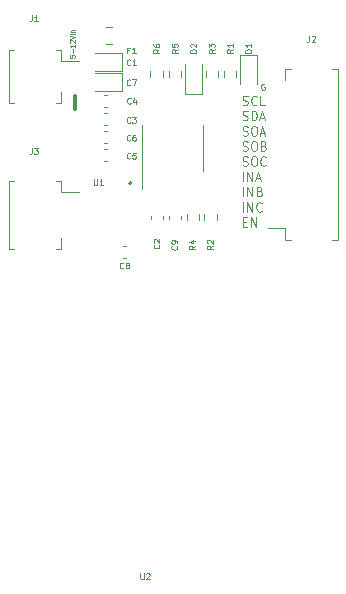
<source format=gbr>
%TF.GenerationSoftware,KiCad,Pcbnew,8.0.1*%
%TF.CreationDate,2024-05-05T22:16:20+02:00*%
%TF.ProjectId,pro_micro,70726f5f-6d69-4637-926f-2e6b69636164,rev?*%
%TF.SameCoordinates,Original*%
%TF.FileFunction,Legend,Top*%
%TF.FilePolarity,Positive*%
%FSLAX46Y46*%
G04 Gerber Fmt 4.6, Leading zero omitted, Abs format (unit mm)*
G04 Created by KiCad (PCBNEW 8.0.1) date 2024-05-05 22:16:20*
%MOMM*%
%LPD*%
G01*
G04 APERTURE LIST*
%ADD10C,0.125000*%
%ADD11C,0.300000*%
%ADD12C,0.100000*%
%ADD13C,0.120000*%
%ADD14C,0.200000*%
G04 APERTURE END LIST*
D10*
X5925093Y3696140D02*
X6032236Y3658044D01*
X6032236Y3658044D02*
X6210807Y3658044D01*
X6210807Y3658044D02*
X6282236Y3696140D01*
X6282236Y3696140D02*
X6317950Y3734235D01*
X6317950Y3734235D02*
X6353664Y3810425D01*
X6353664Y3810425D02*
X6353664Y3886616D01*
X6353664Y3886616D02*
X6317950Y3962806D01*
X6317950Y3962806D02*
X6282236Y4000901D01*
X6282236Y4000901D02*
X6210807Y4038997D01*
X6210807Y4038997D02*
X6067950Y4077092D01*
X6067950Y4077092D02*
X5996521Y4115187D01*
X5996521Y4115187D02*
X5960807Y4153282D01*
X5960807Y4153282D02*
X5925093Y4229473D01*
X5925093Y4229473D02*
X5925093Y4305663D01*
X5925093Y4305663D02*
X5960807Y4381854D01*
X5960807Y4381854D02*
X5996521Y4419949D01*
X5996521Y4419949D02*
X6067950Y4458044D01*
X6067950Y4458044D02*
X6246521Y4458044D01*
X6246521Y4458044D02*
X6353664Y4419949D01*
X7103664Y3734235D02*
X7067950Y3696140D01*
X7067950Y3696140D02*
X6960807Y3658044D01*
X6960807Y3658044D02*
X6889379Y3658044D01*
X6889379Y3658044D02*
X6782236Y3696140D01*
X6782236Y3696140D02*
X6710807Y3772330D01*
X6710807Y3772330D02*
X6675093Y3848520D01*
X6675093Y3848520D02*
X6639379Y4000901D01*
X6639379Y4000901D02*
X6639379Y4115187D01*
X6639379Y4115187D02*
X6675093Y4267568D01*
X6675093Y4267568D02*
X6710807Y4343759D01*
X6710807Y4343759D02*
X6782236Y4419949D01*
X6782236Y4419949D02*
X6889379Y4458044D01*
X6889379Y4458044D02*
X6960807Y4458044D01*
X6960807Y4458044D02*
X7067950Y4419949D01*
X7067950Y4419949D02*
X7103664Y4381854D01*
X7782236Y3658044D02*
X7425093Y3658044D01*
X7425093Y3658044D02*
X7425093Y4458044D01*
X5925093Y2408185D02*
X6032236Y2370089D01*
X6032236Y2370089D02*
X6210807Y2370089D01*
X6210807Y2370089D02*
X6282236Y2408185D01*
X6282236Y2408185D02*
X6317950Y2446280D01*
X6317950Y2446280D02*
X6353664Y2522470D01*
X6353664Y2522470D02*
X6353664Y2598661D01*
X6353664Y2598661D02*
X6317950Y2674851D01*
X6317950Y2674851D02*
X6282236Y2712946D01*
X6282236Y2712946D02*
X6210807Y2751042D01*
X6210807Y2751042D02*
X6067950Y2789137D01*
X6067950Y2789137D02*
X5996521Y2827232D01*
X5996521Y2827232D02*
X5960807Y2865327D01*
X5960807Y2865327D02*
X5925093Y2941518D01*
X5925093Y2941518D02*
X5925093Y3017708D01*
X5925093Y3017708D02*
X5960807Y3093899D01*
X5960807Y3093899D02*
X5996521Y3131994D01*
X5996521Y3131994D02*
X6067950Y3170089D01*
X6067950Y3170089D02*
X6246521Y3170089D01*
X6246521Y3170089D02*
X6353664Y3131994D01*
X6675093Y2370089D02*
X6675093Y3170089D01*
X6675093Y3170089D02*
X6853664Y3170089D01*
X6853664Y3170089D02*
X6960807Y3131994D01*
X6960807Y3131994D02*
X7032236Y3055804D01*
X7032236Y3055804D02*
X7067950Y2979613D01*
X7067950Y2979613D02*
X7103664Y2827232D01*
X7103664Y2827232D02*
X7103664Y2712946D01*
X7103664Y2712946D02*
X7067950Y2560565D01*
X7067950Y2560565D02*
X7032236Y2484375D01*
X7032236Y2484375D02*
X6960807Y2408185D01*
X6960807Y2408185D02*
X6853664Y2370089D01*
X6853664Y2370089D02*
X6675093Y2370089D01*
X7389379Y2598661D02*
X7746522Y2598661D01*
X7317950Y2370089D02*
X7567950Y3170089D01*
X7567950Y3170089D02*
X7817950Y2370089D01*
X5925093Y1120230D02*
X6032236Y1082134D01*
X6032236Y1082134D02*
X6210807Y1082134D01*
X6210807Y1082134D02*
X6282236Y1120230D01*
X6282236Y1120230D02*
X6317950Y1158325D01*
X6317950Y1158325D02*
X6353664Y1234515D01*
X6353664Y1234515D02*
X6353664Y1310706D01*
X6353664Y1310706D02*
X6317950Y1386896D01*
X6317950Y1386896D02*
X6282236Y1424991D01*
X6282236Y1424991D02*
X6210807Y1463087D01*
X6210807Y1463087D02*
X6067950Y1501182D01*
X6067950Y1501182D02*
X5996521Y1539277D01*
X5996521Y1539277D02*
X5960807Y1577372D01*
X5960807Y1577372D02*
X5925093Y1653563D01*
X5925093Y1653563D02*
X5925093Y1729753D01*
X5925093Y1729753D02*
X5960807Y1805944D01*
X5960807Y1805944D02*
X5996521Y1844039D01*
X5996521Y1844039D02*
X6067950Y1882134D01*
X6067950Y1882134D02*
X6246521Y1882134D01*
X6246521Y1882134D02*
X6353664Y1844039D01*
X6817950Y1882134D02*
X6960807Y1882134D01*
X6960807Y1882134D02*
X7032236Y1844039D01*
X7032236Y1844039D02*
X7103664Y1767849D01*
X7103664Y1767849D02*
X7139379Y1615468D01*
X7139379Y1615468D02*
X7139379Y1348801D01*
X7139379Y1348801D02*
X7103664Y1196420D01*
X7103664Y1196420D02*
X7032236Y1120230D01*
X7032236Y1120230D02*
X6960807Y1082134D01*
X6960807Y1082134D02*
X6817950Y1082134D01*
X6817950Y1082134D02*
X6746522Y1120230D01*
X6746522Y1120230D02*
X6675093Y1196420D01*
X6675093Y1196420D02*
X6639379Y1348801D01*
X6639379Y1348801D02*
X6639379Y1615468D01*
X6639379Y1615468D02*
X6675093Y1767849D01*
X6675093Y1767849D02*
X6746522Y1844039D01*
X6746522Y1844039D02*
X6817950Y1882134D01*
X7425093Y1310706D02*
X7782236Y1310706D01*
X7353664Y1082134D02*
X7603664Y1882134D01*
X7603664Y1882134D02*
X7853664Y1082134D01*
X5925093Y-167725D02*
X6032236Y-205820D01*
X6032236Y-205820D02*
X6210807Y-205820D01*
X6210807Y-205820D02*
X6282236Y-167725D01*
X6282236Y-167725D02*
X6317950Y-129629D01*
X6317950Y-129629D02*
X6353664Y-53439D01*
X6353664Y-53439D02*
X6353664Y22751D01*
X6353664Y22751D02*
X6317950Y98941D01*
X6317950Y98941D02*
X6282236Y137036D01*
X6282236Y137036D02*
X6210807Y175132D01*
X6210807Y175132D02*
X6067950Y213227D01*
X6067950Y213227D02*
X5996521Y251322D01*
X5996521Y251322D02*
X5960807Y289417D01*
X5960807Y289417D02*
X5925093Y365608D01*
X5925093Y365608D02*
X5925093Y441798D01*
X5925093Y441798D02*
X5960807Y517989D01*
X5960807Y517989D02*
X5996521Y556084D01*
X5996521Y556084D02*
X6067950Y594179D01*
X6067950Y594179D02*
X6246521Y594179D01*
X6246521Y594179D02*
X6353664Y556084D01*
X6817950Y594179D02*
X6960807Y594179D01*
X6960807Y594179D02*
X7032236Y556084D01*
X7032236Y556084D02*
X7103664Y479894D01*
X7103664Y479894D02*
X7139379Y327513D01*
X7139379Y327513D02*
X7139379Y60846D01*
X7139379Y60846D02*
X7103664Y-91534D01*
X7103664Y-91534D02*
X7032236Y-167725D01*
X7032236Y-167725D02*
X6960807Y-205820D01*
X6960807Y-205820D02*
X6817950Y-205820D01*
X6817950Y-205820D02*
X6746522Y-167725D01*
X6746522Y-167725D02*
X6675093Y-91534D01*
X6675093Y-91534D02*
X6639379Y60846D01*
X6639379Y60846D02*
X6639379Y327513D01*
X6639379Y327513D02*
X6675093Y479894D01*
X6675093Y479894D02*
X6746522Y556084D01*
X6746522Y556084D02*
X6817950Y594179D01*
X7710807Y213227D02*
X7817950Y175132D01*
X7817950Y175132D02*
X7853664Y137036D01*
X7853664Y137036D02*
X7889378Y60846D01*
X7889378Y60846D02*
X7889378Y-53439D01*
X7889378Y-53439D02*
X7853664Y-129629D01*
X7853664Y-129629D02*
X7817950Y-167725D01*
X7817950Y-167725D02*
X7746521Y-205820D01*
X7746521Y-205820D02*
X7460807Y-205820D01*
X7460807Y-205820D02*
X7460807Y594179D01*
X7460807Y594179D02*
X7710807Y594179D01*
X7710807Y594179D02*
X7782236Y556084D01*
X7782236Y556084D02*
X7817950Y517989D01*
X7817950Y517989D02*
X7853664Y441798D01*
X7853664Y441798D02*
X7853664Y365608D01*
X7853664Y365608D02*
X7817950Y289417D01*
X7817950Y289417D02*
X7782236Y251322D01*
X7782236Y251322D02*
X7710807Y213227D01*
X7710807Y213227D02*
X7460807Y213227D01*
X5925093Y-1455680D02*
X6032236Y-1493775D01*
X6032236Y-1493775D02*
X6210807Y-1493775D01*
X6210807Y-1493775D02*
X6282236Y-1455680D01*
X6282236Y-1455680D02*
X6317950Y-1417584D01*
X6317950Y-1417584D02*
X6353664Y-1341394D01*
X6353664Y-1341394D02*
X6353664Y-1265203D01*
X6353664Y-1265203D02*
X6317950Y-1189013D01*
X6317950Y-1189013D02*
X6282236Y-1150918D01*
X6282236Y-1150918D02*
X6210807Y-1112822D01*
X6210807Y-1112822D02*
X6067950Y-1074727D01*
X6067950Y-1074727D02*
X5996521Y-1036632D01*
X5996521Y-1036632D02*
X5960807Y-998537D01*
X5960807Y-998537D02*
X5925093Y-922346D01*
X5925093Y-922346D02*
X5925093Y-846156D01*
X5925093Y-846156D02*
X5960807Y-769965D01*
X5960807Y-769965D02*
X5996521Y-731870D01*
X5996521Y-731870D02*
X6067950Y-693775D01*
X6067950Y-693775D02*
X6246521Y-693775D01*
X6246521Y-693775D02*
X6353664Y-731870D01*
X6817950Y-693775D02*
X6960807Y-693775D01*
X6960807Y-693775D02*
X7032236Y-731870D01*
X7032236Y-731870D02*
X7103664Y-808060D01*
X7103664Y-808060D02*
X7139379Y-960441D01*
X7139379Y-960441D02*
X7139379Y-1227108D01*
X7139379Y-1227108D02*
X7103664Y-1379489D01*
X7103664Y-1379489D02*
X7032236Y-1455680D01*
X7032236Y-1455680D02*
X6960807Y-1493775D01*
X6960807Y-1493775D02*
X6817950Y-1493775D01*
X6817950Y-1493775D02*
X6746522Y-1455680D01*
X6746522Y-1455680D02*
X6675093Y-1379489D01*
X6675093Y-1379489D02*
X6639379Y-1227108D01*
X6639379Y-1227108D02*
X6639379Y-960441D01*
X6639379Y-960441D02*
X6675093Y-808060D01*
X6675093Y-808060D02*
X6746522Y-731870D01*
X6746522Y-731870D02*
X6817950Y-693775D01*
X7889378Y-1417584D02*
X7853664Y-1455680D01*
X7853664Y-1455680D02*
X7746521Y-1493775D01*
X7746521Y-1493775D02*
X7675093Y-1493775D01*
X7675093Y-1493775D02*
X7567950Y-1455680D01*
X7567950Y-1455680D02*
X7496521Y-1379489D01*
X7496521Y-1379489D02*
X7460807Y-1303299D01*
X7460807Y-1303299D02*
X7425093Y-1150918D01*
X7425093Y-1150918D02*
X7425093Y-1036632D01*
X7425093Y-1036632D02*
X7460807Y-884251D01*
X7460807Y-884251D02*
X7496521Y-808060D01*
X7496521Y-808060D02*
X7567950Y-731870D01*
X7567950Y-731870D02*
X7675093Y-693775D01*
X7675093Y-693775D02*
X7746521Y-693775D01*
X7746521Y-693775D02*
X7853664Y-731870D01*
X7853664Y-731870D02*
X7889378Y-769965D01*
X5960807Y-2781730D02*
X5960807Y-1981730D01*
X6317950Y-2781730D02*
X6317950Y-1981730D01*
X6317950Y-1981730D02*
X6746521Y-2781730D01*
X6746521Y-2781730D02*
X6746521Y-1981730D01*
X7067950Y-2553158D02*
X7425093Y-2553158D01*
X6996521Y-2781730D02*
X7246521Y-1981730D01*
X7246521Y-1981730D02*
X7496521Y-2781730D01*
X5960807Y-4069685D02*
X5960807Y-3269685D01*
X6317950Y-4069685D02*
X6317950Y-3269685D01*
X6317950Y-3269685D02*
X6746521Y-4069685D01*
X6746521Y-4069685D02*
X6746521Y-3269685D01*
X7353664Y-3650637D02*
X7460807Y-3688732D01*
X7460807Y-3688732D02*
X7496521Y-3726828D01*
X7496521Y-3726828D02*
X7532235Y-3803018D01*
X7532235Y-3803018D02*
X7532235Y-3917304D01*
X7532235Y-3917304D02*
X7496521Y-3993494D01*
X7496521Y-3993494D02*
X7460807Y-4031590D01*
X7460807Y-4031590D02*
X7389378Y-4069685D01*
X7389378Y-4069685D02*
X7103664Y-4069685D01*
X7103664Y-4069685D02*
X7103664Y-3269685D01*
X7103664Y-3269685D02*
X7353664Y-3269685D01*
X7353664Y-3269685D02*
X7425093Y-3307780D01*
X7425093Y-3307780D02*
X7460807Y-3345875D01*
X7460807Y-3345875D02*
X7496521Y-3422066D01*
X7496521Y-3422066D02*
X7496521Y-3498256D01*
X7496521Y-3498256D02*
X7460807Y-3574447D01*
X7460807Y-3574447D02*
X7425093Y-3612542D01*
X7425093Y-3612542D02*
X7353664Y-3650637D01*
X7353664Y-3650637D02*
X7103664Y-3650637D01*
X5960807Y-5357640D02*
X5960807Y-4557640D01*
X6317950Y-5357640D02*
X6317950Y-4557640D01*
X6317950Y-4557640D02*
X6746521Y-5357640D01*
X6746521Y-5357640D02*
X6746521Y-4557640D01*
X7532235Y-5281449D02*
X7496521Y-5319545D01*
X7496521Y-5319545D02*
X7389378Y-5357640D01*
X7389378Y-5357640D02*
X7317950Y-5357640D01*
X7317950Y-5357640D02*
X7210807Y-5319545D01*
X7210807Y-5319545D02*
X7139378Y-5243354D01*
X7139378Y-5243354D02*
X7103664Y-5167164D01*
X7103664Y-5167164D02*
X7067950Y-5014783D01*
X7067950Y-5014783D02*
X7067950Y-4900497D01*
X7067950Y-4900497D02*
X7103664Y-4748116D01*
X7103664Y-4748116D02*
X7139378Y-4671925D01*
X7139378Y-4671925D02*
X7210807Y-4595735D01*
X7210807Y-4595735D02*
X7317950Y-4557640D01*
X7317950Y-4557640D02*
X7389378Y-4557640D01*
X7389378Y-4557640D02*
X7496521Y-4595735D01*
X7496521Y-4595735D02*
X7532235Y-4633830D01*
X5960807Y-6226547D02*
X6210807Y-6226547D01*
X6317950Y-6645595D02*
X5960807Y-6645595D01*
X5960807Y-6645595D02*
X5960807Y-5845595D01*
X5960807Y-5845595D02*
X6317950Y-5845595D01*
X6639378Y-6645595D02*
X6639378Y-5845595D01*
X6639378Y-5845595D02*
X7067949Y-6645595D01*
X7067949Y-6645595D02*
X7067949Y-5845595D01*
D11*
X-8270600Y3304510D02*
X-8270600Y4447368D01*
D12*
X-8704152Y7876503D02*
X-8704152Y7686027D01*
X-8704152Y7686027D02*
X-8513676Y7666979D01*
X-8513676Y7666979D02*
X-8532723Y7686027D01*
X-8532723Y7686027D02*
X-8551771Y7724122D01*
X-8551771Y7724122D02*
X-8551771Y7819360D01*
X-8551771Y7819360D02*
X-8532723Y7857455D01*
X-8532723Y7857455D02*
X-8513676Y7876503D01*
X-8513676Y7876503D02*
X-8475580Y7895550D01*
X-8475580Y7895550D02*
X-8380342Y7895550D01*
X-8380342Y7895550D02*
X-8342247Y7876503D01*
X-8342247Y7876503D02*
X-8323200Y7857455D01*
X-8323200Y7857455D02*
X-8304152Y7819360D01*
X-8304152Y7819360D02*
X-8304152Y7724122D01*
X-8304152Y7724122D02*
X-8323200Y7686027D01*
X-8323200Y7686027D02*
X-8342247Y7666979D01*
X-8456533Y8066979D02*
X-8456533Y8371741D01*
X-8304152Y8771740D02*
X-8304152Y8543169D01*
X-8304152Y8657455D02*
X-8704152Y8657455D01*
X-8704152Y8657455D02*
X-8647009Y8619359D01*
X-8647009Y8619359D02*
X-8608914Y8581264D01*
X-8608914Y8581264D02*
X-8589866Y8543169D01*
X-8666057Y8924121D02*
X-8685104Y8943169D01*
X-8685104Y8943169D02*
X-8704152Y8981264D01*
X-8704152Y8981264D02*
X-8704152Y9076502D01*
X-8704152Y9076502D02*
X-8685104Y9114597D01*
X-8685104Y9114597D02*
X-8666057Y9133645D01*
X-8666057Y9133645D02*
X-8627961Y9152692D01*
X-8627961Y9152692D02*
X-8589866Y9152692D01*
X-8589866Y9152692D02*
X-8532723Y9133645D01*
X-8532723Y9133645D02*
X-8304152Y8905073D01*
X-8304152Y8905073D02*
X-8304152Y9152692D01*
X-8704152Y9266978D02*
X-8304152Y9400311D01*
X-8304152Y9400311D02*
X-8704152Y9533644D01*
X-8304152Y9666978D02*
X-8570819Y9666978D01*
X-8704152Y9666978D02*
X-8685104Y9647930D01*
X-8685104Y9647930D02*
X-8666057Y9666978D01*
X-8666057Y9666978D02*
X-8685104Y9686025D01*
X-8685104Y9686025D02*
X-8704152Y9666978D01*
X-8704152Y9666978D02*
X-8666057Y9666978D01*
X-8570819Y9857454D02*
X-8304152Y9857454D01*
X-8532723Y9857454D02*
X-8551771Y9876501D01*
X-8551771Y9876501D02*
X-8570819Y9914596D01*
X-8570819Y9914596D02*
X-8570819Y9971739D01*
X-8570819Y9971739D02*
X-8551771Y10009835D01*
X-8551771Y10009835D02*
X-8513676Y10028882D01*
X-8513676Y10028882D02*
X-8304152Y10028882D01*
D10*
X7763188Y5418880D02*
X7715569Y5442690D01*
X7715569Y5442690D02*
X7644140Y5442690D01*
X7644140Y5442690D02*
X7572712Y5418880D01*
X7572712Y5418880D02*
X7525093Y5371261D01*
X7525093Y5371261D02*
X7501283Y5323642D01*
X7501283Y5323642D02*
X7477474Y5228404D01*
X7477474Y5228404D02*
X7477474Y5156976D01*
X7477474Y5156976D02*
X7501283Y5061738D01*
X7501283Y5061738D02*
X7525093Y5014119D01*
X7525093Y5014119D02*
X7572712Y4966500D01*
X7572712Y4966500D02*
X7644140Y4942690D01*
X7644140Y4942690D02*
X7691759Y4942690D01*
X7691759Y4942690D02*
X7763188Y4966500D01*
X7763188Y4966500D02*
X7786997Y4990309D01*
X7786997Y4990309D02*
X7786997Y5156976D01*
X7786997Y5156976D02*
X7691759Y5156976D01*
X-3595833Y2199476D02*
X-3619642Y2175667D01*
X-3619642Y2175667D02*
X-3691071Y2151857D01*
X-3691071Y2151857D02*
X-3738690Y2151857D01*
X-3738690Y2151857D02*
X-3810118Y2175667D01*
X-3810118Y2175667D02*
X-3857737Y2223286D01*
X-3857737Y2223286D02*
X-3881547Y2270905D01*
X-3881547Y2270905D02*
X-3905356Y2366143D01*
X-3905356Y2366143D02*
X-3905356Y2437571D01*
X-3905356Y2437571D02*
X-3881547Y2532809D01*
X-3881547Y2532809D02*
X-3857737Y2580428D01*
X-3857737Y2580428D02*
X-3810118Y2628047D01*
X-3810118Y2628047D02*
X-3738690Y2651857D01*
X-3738690Y2651857D02*
X-3691071Y2651857D01*
X-3691071Y2651857D02*
X-3619642Y2628047D01*
X-3619642Y2628047D02*
X-3595833Y2604238D01*
X-3429166Y2651857D02*
X-3119642Y2651857D01*
X-3119642Y2651857D02*
X-3286309Y2461381D01*
X-3286309Y2461381D02*
X-3214880Y2461381D01*
X-3214880Y2461381D02*
X-3167261Y2437571D01*
X-3167261Y2437571D02*
X-3143452Y2413762D01*
X-3143452Y2413762D02*
X-3119642Y2366143D01*
X-3119642Y2366143D02*
X-3119642Y2247095D01*
X-3119642Y2247095D02*
X-3143452Y2199476D01*
X-3143452Y2199476D02*
X-3167261Y2175667D01*
X-3167261Y2175667D02*
X-3214880Y2151857D01*
X-3214880Y2151857D02*
X-3357737Y2151857D01*
X-3357737Y2151857D02*
X-3405356Y2175667D01*
X-3405356Y2175667D02*
X-3429166Y2199476D01*
X-3666665Y8287095D02*
X-3833332Y8287095D01*
X-3833332Y8025190D02*
X-3833332Y8525190D01*
X-3833332Y8525190D02*
X-3595237Y8525190D01*
X-3142856Y8025190D02*
X-3428570Y8025190D01*
X-3285713Y8025190D02*
X-3285713Y8525190D01*
X-3285713Y8525190D02*
X-3333332Y8453761D01*
X-3333332Y8453761D02*
X-3380951Y8406142D01*
X-3380951Y8406142D02*
X-3428570Y8382333D01*
X3546809Y8386666D02*
X3308714Y8220000D01*
X3546809Y8100952D02*
X3046809Y8100952D01*
X3046809Y8100952D02*
X3046809Y8291428D01*
X3046809Y8291428D02*
X3070619Y8339047D01*
X3070619Y8339047D02*
X3094428Y8362857D01*
X3094428Y8362857D02*
X3142047Y8386666D01*
X3142047Y8386666D02*
X3213476Y8386666D01*
X3213476Y8386666D02*
X3261095Y8362857D01*
X3261095Y8362857D02*
X3284904Y8339047D01*
X3284904Y8339047D02*
X3308714Y8291428D01*
X3308714Y8291428D02*
X3308714Y8100952D01*
X3046809Y8553333D02*
X3046809Y8862857D01*
X3046809Y8862857D02*
X3237285Y8696190D01*
X3237285Y8696190D02*
X3237285Y8767619D01*
X3237285Y8767619D02*
X3261095Y8815238D01*
X3261095Y8815238D02*
X3284904Y8839047D01*
X3284904Y8839047D02*
X3332523Y8862857D01*
X3332523Y8862857D02*
X3451571Y8862857D01*
X3451571Y8862857D02*
X3499190Y8839047D01*
X3499190Y8839047D02*
X3523000Y8815238D01*
X3523000Y8815238D02*
X3546809Y8767619D01*
X3546809Y8767619D02*
X3546809Y8624762D01*
X3546809Y8624762D02*
X3523000Y8577143D01*
X3523000Y8577143D02*
X3499190Y8553333D01*
X-2728452Y-35977309D02*
X-2728452Y-36382071D01*
X-2728452Y-36382071D02*
X-2704642Y-36429690D01*
X-2704642Y-36429690D02*
X-2680833Y-36453500D01*
X-2680833Y-36453500D02*
X-2633214Y-36477309D01*
X-2633214Y-36477309D02*
X-2537976Y-36477309D01*
X-2537976Y-36477309D02*
X-2490357Y-36453500D01*
X-2490357Y-36453500D02*
X-2466547Y-36429690D01*
X-2466547Y-36429690D02*
X-2442738Y-36382071D01*
X-2442738Y-36382071D02*
X-2442738Y-35977309D01*
X-2228451Y-36024928D02*
X-2204642Y-36001119D01*
X-2204642Y-36001119D02*
X-2157023Y-35977309D01*
X-2157023Y-35977309D02*
X-2037975Y-35977309D01*
X-2037975Y-35977309D02*
X-1990356Y-36001119D01*
X-1990356Y-36001119D02*
X-1966547Y-36024928D01*
X-1966547Y-36024928D02*
X-1942737Y-36072547D01*
X-1942737Y-36072547D02*
X-1942737Y-36120166D01*
X-1942737Y-36120166D02*
X-1966547Y-36191595D01*
X-1966547Y-36191595D02*
X-2252261Y-36477309D01*
X-2252261Y-36477309D02*
X-1942737Y-36477309D01*
X-3583333Y7072809D02*
X-3607142Y7049000D01*
X-3607142Y7049000D02*
X-3678571Y7025190D01*
X-3678571Y7025190D02*
X-3726190Y7025190D01*
X-3726190Y7025190D02*
X-3797618Y7049000D01*
X-3797618Y7049000D02*
X-3845237Y7096619D01*
X-3845237Y7096619D02*
X-3869047Y7144238D01*
X-3869047Y7144238D02*
X-3892856Y7239476D01*
X-3892856Y7239476D02*
X-3892856Y7310904D01*
X-3892856Y7310904D02*
X-3869047Y7406142D01*
X-3869047Y7406142D02*
X-3845237Y7453761D01*
X-3845237Y7453761D02*
X-3797618Y7501380D01*
X-3797618Y7501380D02*
X-3726190Y7525190D01*
X-3726190Y7525190D02*
X-3678571Y7525190D01*
X-3678571Y7525190D02*
X-3607142Y7501380D01*
X-3607142Y7501380D02*
X-3583333Y7477571D01*
X-3107142Y7025190D02*
X-3392856Y7025190D01*
X-3249999Y7025190D02*
X-3249999Y7525190D01*
X-3249999Y7525190D02*
X-3297618Y7453761D01*
X-3297618Y7453761D02*
X-3345237Y7406142D01*
X-3345237Y7406142D02*
X-3392856Y7382333D01*
X6662809Y8100952D02*
X6162809Y8100952D01*
X6162809Y8100952D02*
X6162809Y8220000D01*
X6162809Y8220000D02*
X6186619Y8291428D01*
X6186619Y8291428D02*
X6234238Y8339047D01*
X6234238Y8339047D02*
X6281857Y8362857D01*
X6281857Y8362857D02*
X6377095Y8386666D01*
X6377095Y8386666D02*
X6448523Y8386666D01*
X6448523Y8386666D02*
X6543761Y8362857D01*
X6543761Y8362857D02*
X6591380Y8339047D01*
X6591380Y8339047D02*
X6639000Y8291428D01*
X6639000Y8291428D02*
X6662809Y8220000D01*
X6662809Y8220000D02*
X6662809Y8100952D01*
X6662809Y8862857D02*
X6662809Y8577143D01*
X6662809Y8720000D02*
X6162809Y8720000D01*
X6162809Y8720000D02*
X6234238Y8672381D01*
X6234238Y8672381D02*
X6281857Y8624762D01*
X6281857Y8624762D02*
X6305666Y8577143D01*
X3424809Y-8233333D02*
X3186714Y-8399999D01*
X3424809Y-8519047D02*
X2924809Y-8519047D01*
X2924809Y-8519047D02*
X2924809Y-8328571D01*
X2924809Y-8328571D02*
X2948619Y-8280952D01*
X2948619Y-8280952D02*
X2972428Y-8257142D01*
X2972428Y-8257142D02*
X3020047Y-8233333D01*
X3020047Y-8233333D02*
X3091476Y-8233333D01*
X3091476Y-8233333D02*
X3139095Y-8257142D01*
X3139095Y-8257142D02*
X3162904Y-8280952D01*
X3162904Y-8280952D02*
X3186714Y-8328571D01*
X3186714Y-8328571D02*
X3186714Y-8519047D01*
X2972428Y-8042856D02*
X2948619Y-8019047D01*
X2948619Y-8019047D02*
X2924809Y-7971428D01*
X2924809Y-7971428D02*
X2924809Y-7852380D01*
X2924809Y-7852380D02*
X2948619Y-7804761D01*
X2948619Y-7804761D02*
X2972428Y-7780952D01*
X2972428Y-7780952D02*
X3020047Y-7757142D01*
X3020047Y-7757142D02*
X3067666Y-7757142D01*
X3067666Y-7757142D02*
X3139095Y-7780952D01*
X3139095Y-7780952D02*
X3424809Y-8066666D01*
X3424809Y-8066666D02*
X3424809Y-7757142D01*
X-1162809Y-8173333D02*
X-1139000Y-8197142D01*
X-1139000Y-8197142D02*
X-1115190Y-8268571D01*
X-1115190Y-8268571D02*
X-1115190Y-8316190D01*
X-1115190Y-8316190D02*
X-1139000Y-8387618D01*
X-1139000Y-8387618D02*
X-1186619Y-8435237D01*
X-1186619Y-8435237D02*
X-1234238Y-8459047D01*
X-1234238Y-8459047D02*
X-1329476Y-8482856D01*
X-1329476Y-8482856D02*
X-1400904Y-8482856D01*
X-1400904Y-8482856D02*
X-1496142Y-8459047D01*
X-1496142Y-8459047D02*
X-1543761Y-8435237D01*
X-1543761Y-8435237D02*
X-1591380Y-8387618D01*
X-1591380Y-8387618D02*
X-1615190Y-8316190D01*
X-1615190Y-8316190D02*
X-1615190Y-8268571D01*
X-1615190Y-8268571D02*
X-1591380Y-8197142D01*
X-1591380Y-8197142D02*
X-1567571Y-8173333D01*
X-1567571Y-7982856D02*
X-1591380Y-7959047D01*
X-1591380Y-7959047D02*
X-1615190Y-7911428D01*
X-1615190Y-7911428D02*
X-1615190Y-7792380D01*
X-1615190Y-7792380D02*
X-1591380Y-7744761D01*
X-1591380Y-7744761D02*
X-1567571Y-7720952D01*
X-1567571Y-7720952D02*
X-1519952Y-7697142D01*
X-1519952Y-7697142D02*
X-1472333Y-7697142D01*
X-1472333Y-7697142D02*
X-1400904Y-7720952D01*
X-1400904Y-7720952D02*
X-1115190Y-8006666D01*
X-1115190Y-8006666D02*
X-1115190Y-7697142D01*
X430809Y8386666D02*
X192714Y8220000D01*
X430809Y8100952D02*
X-69190Y8100952D01*
X-69190Y8100952D02*
X-69190Y8291428D01*
X-69190Y8291428D02*
X-45380Y8339047D01*
X-45380Y8339047D02*
X-21571Y8362857D01*
X-21571Y8362857D02*
X26047Y8386666D01*
X26047Y8386666D02*
X97476Y8386666D01*
X97476Y8386666D02*
X145095Y8362857D01*
X145095Y8362857D02*
X168904Y8339047D01*
X168904Y8339047D02*
X192714Y8291428D01*
X192714Y8291428D02*
X192714Y8100952D01*
X-69190Y8839047D02*
X-69190Y8600952D01*
X-69190Y8600952D02*
X168904Y8577143D01*
X168904Y8577143D02*
X145095Y8600952D01*
X145095Y8600952D02*
X121285Y8648571D01*
X121285Y8648571D02*
X121285Y8767619D01*
X121285Y8767619D02*
X145095Y8815238D01*
X145095Y8815238D02*
X168904Y8839047D01*
X168904Y8839047D02*
X216523Y8862857D01*
X216523Y8862857D02*
X335571Y8862857D01*
X335571Y8862857D02*
X383190Y8839047D01*
X383190Y8839047D02*
X407000Y8815238D01*
X407000Y8815238D02*
X430809Y8767619D01*
X430809Y8767619D02*
X430809Y8648571D01*
X430809Y8648571D02*
X407000Y8600952D01*
X407000Y8600952D02*
X383190Y8577143D01*
X-3595833Y686143D02*
X-3619642Y662334D01*
X-3619642Y662334D02*
X-3691071Y638524D01*
X-3691071Y638524D02*
X-3738690Y638524D01*
X-3738690Y638524D02*
X-3810118Y662334D01*
X-3810118Y662334D02*
X-3857737Y709953D01*
X-3857737Y709953D02*
X-3881547Y757572D01*
X-3881547Y757572D02*
X-3905356Y852810D01*
X-3905356Y852810D02*
X-3905356Y924238D01*
X-3905356Y924238D02*
X-3881547Y1019476D01*
X-3881547Y1019476D02*
X-3857737Y1067095D01*
X-3857737Y1067095D02*
X-3810118Y1114714D01*
X-3810118Y1114714D02*
X-3738690Y1138524D01*
X-3738690Y1138524D02*
X-3691071Y1138524D01*
X-3691071Y1138524D02*
X-3619642Y1114714D01*
X-3619642Y1114714D02*
X-3595833Y1090905D01*
X-3167261Y1138524D02*
X-3262499Y1138524D01*
X-3262499Y1138524D02*
X-3310118Y1114714D01*
X-3310118Y1114714D02*
X-3333928Y1090905D01*
X-3333928Y1090905D02*
X-3381547Y1019476D01*
X-3381547Y1019476D02*
X-3405356Y924238D01*
X-3405356Y924238D02*
X-3405356Y733762D01*
X-3405356Y733762D02*
X-3381547Y686143D01*
X-3381547Y686143D02*
X-3357737Y662334D01*
X-3357737Y662334D02*
X-3310118Y638524D01*
X-3310118Y638524D02*
X-3214880Y638524D01*
X-3214880Y638524D02*
X-3167261Y662334D01*
X-3167261Y662334D02*
X-3143452Y686143D01*
X-3143452Y686143D02*
X-3119642Y733762D01*
X-3119642Y733762D02*
X-3119642Y852810D01*
X-3119642Y852810D02*
X-3143452Y900429D01*
X-3143452Y900429D02*
X-3167261Y924238D01*
X-3167261Y924238D02*
X-3214880Y948048D01*
X-3214880Y948048D02*
X-3310118Y948048D01*
X-3310118Y948048D02*
X-3357737Y924238D01*
X-3357737Y924238D02*
X-3381547Y900429D01*
X-3381547Y900429D02*
X-3405356Y852810D01*
X-1127190Y8386666D02*
X-1365285Y8220000D01*
X-1127190Y8100952D02*
X-1627190Y8100952D01*
X-1627190Y8100952D02*
X-1627190Y8291428D01*
X-1627190Y8291428D02*
X-1603380Y8339047D01*
X-1603380Y8339047D02*
X-1579571Y8362857D01*
X-1579571Y8362857D02*
X-1531952Y8386666D01*
X-1531952Y8386666D02*
X-1460523Y8386666D01*
X-1460523Y8386666D02*
X-1412904Y8362857D01*
X-1412904Y8362857D02*
X-1389095Y8339047D01*
X-1389095Y8339047D02*
X-1365285Y8291428D01*
X-1365285Y8291428D02*
X-1365285Y8100952D01*
X-1627190Y8815238D02*
X-1627190Y8720000D01*
X-1627190Y8720000D02*
X-1603380Y8672381D01*
X-1603380Y8672381D02*
X-1579571Y8648571D01*
X-1579571Y8648571D02*
X-1508142Y8600952D01*
X-1508142Y8600952D02*
X-1412904Y8577143D01*
X-1412904Y8577143D02*
X-1222428Y8577143D01*
X-1222428Y8577143D02*
X-1174809Y8600952D01*
X-1174809Y8600952D02*
X-1151000Y8624762D01*
X-1151000Y8624762D02*
X-1127190Y8672381D01*
X-1127190Y8672381D02*
X-1127190Y8767619D01*
X-1127190Y8767619D02*
X-1151000Y8815238D01*
X-1151000Y8815238D02*
X-1174809Y8839047D01*
X-1174809Y8839047D02*
X-1222428Y8862857D01*
X-1222428Y8862857D02*
X-1341476Y8862857D01*
X-1341476Y8862857D02*
X-1389095Y8839047D01*
X-1389095Y8839047D02*
X-1412904Y8815238D01*
X-1412904Y8815238D02*
X-1436714Y8767619D01*
X-1436714Y8767619D02*
X-1436714Y8672381D01*
X-1436714Y8672381D02*
X-1412904Y8624762D01*
X-1412904Y8624762D02*
X-1389095Y8600952D01*
X-1389095Y8600952D02*
X-1341476Y8577143D01*
X-6680952Y-2624809D02*
X-6680952Y-3029571D01*
X-6680952Y-3029571D02*
X-6657142Y-3077190D01*
X-6657142Y-3077190D02*
X-6633333Y-3101000D01*
X-6633333Y-3101000D02*
X-6585714Y-3124809D01*
X-6585714Y-3124809D02*
X-6490476Y-3124809D01*
X-6490476Y-3124809D02*
X-6442857Y-3101000D01*
X-6442857Y-3101000D02*
X-6419047Y-3077190D01*
X-6419047Y-3077190D02*
X-6395238Y-3029571D01*
X-6395238Y-3029571D02*
X-6395238Y-2624809D01*
X-5895237Y-3124809D02*
X-6180951Y-3124809D01*
X-6038094Y-3124809D02*
X-6038094Y-2624809D01*
X-6038094Y-2624809D02*
X-6085713Y-2696238D01*
X-6085713Y-2696238D02*
X-6133332Y-2743857D01*
X-6133332Y-2743857D02*
X-6180951Y-2767666D01*
X-3583333Y5372809D02*
X-3607142Y5349000D01*
X-3607142Y5349000D02*
X-3678571Y5325190D01*
X-3678571Y5325190D02*
X-3726190Y5325190D01*
X-3726190Y5325190D02*
X-3797618Y5349000D01*
X-3797618Y5349000D02*
X-3845237Y5396619D01*
X-3845237Y5396619D02*
X-3869047Y5444238D01*
X-3869047Y5444238D02*
X-3892856Y5539476D01*
X-3892856Y5539476D02*
X-3892856Y5610904D01*
X-3892856Y5610904D02*
X-3869047Y5706142D01*
X-3869047Y5706142D02*
X-3845237Y5753761D01*
X-3845237Y5753761D02*
X-3797618Y5801380D01*
X-3797618Y5801380D02*
X-3726190Y5825190D01*
X-3726190Y5825190D02*
X-3678571Y5825190D01*
X-3678571Y5825190D02*
X-3607142Y5801380D01*
X-3607142Y5801380D02*
X-3583333Y5777571D01*
X-3416666Y5825190D02*
X-3083333Y5825190D01*
X-3083333Y5825190D02*
X-3297618Y5325190D01*
X1988809Y8100952D02*
X1488809Y8100952D01*
X1488809Y8100952D02*
X1488809Y8220000D01*
X1488809Y8220000D02*
X1512619Y8291428D01*
X1512619Y8291428D02*
X1560238Y8339047D01*
X1560238Y8339047D02*
X1607857Y8362857D01*
X1607857Y8362857D02*
X1703095Y8386666D01*
X1703095Y8386666D02*
X1774523Y8386666D01*
X1774523Y8386666D02*
X1869761Y8362857D01*
X1869761Y8362857D02*
X1917380Y8339047D01*
X1917380Y8339047D02*
X1965000Y8291428D01*
X1965000Y8291428D02*
X1988809Y8220000D01*
X1988809Y8220000D02*
X1988809Y8100952D01*
X1536428Y8577143D02*
X1512619Y8600952D01*
X1512619Y8600952D02*
X1488809Y8648571D01*
X1488809Y8648571D02*
X1488809Y8767619D01*
X1488809Y8767619D02*
X1512619Y8815238D01*
X1512619Y8815238D02*
X1536428Y8839047D01*
X1536428Y8839047D02*
X1584047Y8862857D01*
X1584047Y8862857D02*
X1631666Y8862857D01*
X1631666Y8862857D02*
X1703095Y8839047D01*
X1703095Y8839047D02*
X1988809Y8553333D01*
X1988809Y8553333D02*
X1988809Y8862857D01*
X337190Y-8283333D02*
X361000Y-8307142D01*
X361000Y-8307142D02*
X384809Y-8378571D01*
X384809Y-8378571D02*
X384809Y-8426190D01*
X384809Y-8426190D02*
X361000Y-8497618D01*
X361000Y-8497618D02*
X313380Y-8545237D01*
X313380Y-8545237D02*
X265761Y-8569047D01*
X265761Y-8569047D02*
X170523Y-8592856D01*
X170523Y-8592856D02*
X99095Y-8592856D01*
X99095Y-8592856D02*
X3857Y-8569047D01*
X3857Y-8569047D02*
X-43761Y-8545237D01*
X-43761Y-8545237D02*
X-91380Y-8497618D01*
X-91380Y-8497618D02*
X-115190Y-8426190D01*
X-115190Y-8426190D02*
X-115190Y-8378571D01*
X-115190Y-8378571D02*
X-91380Y-8307142D01*
X-91380Y-8307142D02*
X-67571Y-8283333D01*
X384809Y-8045237D02*
X384809Y-7949999D01*
X384809Y-7949999D02*
X361000Y-7902380D01*
X361000Y-7902380D02*
X337190Y-7878571D01*
X337190Y-7878571D02*
X265761Y-7830952D01*
X265761Y-7830952D02*
X170523Y-7807142D01*
X170523Y-7807142D02*
X-19952Y-7807142D01*
X-19952Y-7807142D02*
X-67571Y-7830952D01*
X-67571Y-7830952D02*
X-91380Y-7854761D01*
X-91380Y-7854761D02*
X-115190Y-7902380D01*
X-115190Y-7902380D02*
X-115190Y-7997618D01*
X-115190Y-7997618D02*
X-91380Y-8045237D01*
X-91380Y-8045237D02*
X-67571Y-8069047D01*
X-67571Y-8069047D02*
X-19952Y-8092856D01*
X-19952Y-8092856D02*
X99095Y-8092856D01*
X99095Y-8092856D02*
X146714Y-8069047D01*
X146714Y-8069047D02*
X170523Y-8045237D01*
X170523Y-8045237D02*
X194333Y-7997618D01*
X194333Y-7997618D02*
X194333Y-7902380D01*
X194333Y-7902380D02*
X170523Y-7854761D01*
X170523Y-7854761D02*
X146714Y-7830952D01*
X146714Y-7830952D02*
X99095Y-7807142D01*
X1899809Y-8245833D02*
X1661714Y-8412499D01*
X1899809Y-8531547D02*
X1399809Y-8531547D01*
X1399809Y-8531547D02*
X1399809Y-8341071D01*
X1399809Y-8341071D02*
X1423619Y-8293452D01*
X1423619Y-8293452D02*
X1447428Y-8269642D01*
X1447428Y-8269642D02*
X1495047Y-8245833D01*
X1495047Y-8245833D02*
X1566476Y-8245833D01*
X1566476Y-8245833D02*
X1614095Y-8269642D01*
X1614095Y-8269642D02*
X1637904Y-8293452D01*
X1637904Y-8293452D02*
X1661714Y-8341071D01*
X1661714Y-8341071D02*
X1661714Y-8531547D01*
X1566476Y-7817261D02*
X1899809Y-7817261D01*
X1376000Y-7936309D02*
X1733142Y-8055356D01*
X1733142Y-8055356D02*
X1733142Y-7745833D01*
X-3558333Y3822809D02*
X-3582142Y3799000D01*
X-3582142Y3799000D02*
X-3653571Y3775190D01*
X-3653571Y3775190D02*
X-3701190Y3775190D01*
X-3701190Y3775190D02*
X-3772618Y3799000D01*
X-3772618Y3799000D02*
X-3820237Y3846619D01*
X-3820237Y3846619D02*
X-3844047Y3894238D01*
X-3844047Y3894238D02*
X-3867856Y3989476D01*
X-3867856Y3989476D02*
X-3867856Y4060904D01*
X-3867856Y4060904D02*
X-3844047Y4156142D01*
X-3844047Y4156142D02*
X-3820237Y4203761D01*
X-3820237Y4203761D02*
X-3772618Y4251380D01*
X-3772618Y4251380D02*
X-3701190Y4275190D01*
X-3701190Y4275190D02*
X-3653571Y4275190D01*
X-3653571Y4275190D02*
X-3582142Y4251380D01*
X-3582142Y4251380D02*
X-3558333Y4227571D01*
X-3129761Y4108523D02*
X-3129761Y3775190D01*
X-3248809Y4299000D02*
X-3367856Y3941857D01*
X-3367856Y3941857D02*
X-3058333Y3941857D01*
X-11916666Y11275190D02*
X-11916666Y10918047D01*
X-11916666Y10918047D02*
X-11940475Y10846619D01*
X-11940475Y10846619D02*
X-11988094Y10799000D01*
X-11988094Y10799000D02*
X-12059523Y10775190D01*
X-12059523Y10775190D02*
X-12107142Y10775190D01*
X-11416666Y10775190D02*
X-11702380Y10775190D01*
X-11559523Y10775190D02*
X-11559523Y11275190D01*
X-11559523Y11275190D02*
X-11607142Y11203761D01*
X-11607142Y11203761D02*
X-11654761Y11156142D01*
X-11654761Y11156142D02*
X-11702380Y11132333D01*
X-11916666Y25190D02*
X-11916666Y-331952D01*
X-11916666Y-331952D02*
X-11940475Y-403380D01*
X-11940475Y-403380D02*
X-11988094Y-451000D01*
X-11988094Y-451000D02*
X-12059523Y-474809D01*
X-12059523Y-474809D02*
X-12107142Y-474809D01*
X-11726190Y25190D02*
X-11416666Y25190D01*
X-11416666Y25190D02*
X-11583333Y-165285D01*
X-11583333Y-165285D02*
X-11511904Y-165285D01*
X-11511904Y-165285D02*
X-11464285Y-189095D01*
X-11464285Y-189095D02*
X-11440476Y-212904D01*
X-11440476Y-212904D02*
X-11416666Y-260523D01*
X-11416666Y-260523D02*
X-11416666Y-379571D01*
X-11416666Y-379571D02*
X-11440476Y-427190D01*
X-11440476Y-427190D02*
X-11464285Y-451000D01*
X-11464285Y-451000D02*
X-11511904Y-474809D01*
X-11511904Y-474809D02*
X-11654761Y-474809D01*
X-11654761Y-474809D02*
X-11702380Y-451000D01*
X-11702380Y-451000D02*
X-11726190Y-427190D01*
X5104809Y8386666D02*
X4866714Y8220000D01*
X5104809Y8100952D02*
X4604809Y8100952D01*
X4604809Y8100952D02*
X4604809Y8291428D01*
X4604809Y8291428D02*
X4628619Y8339047D01*
X4628619Y8339047D02*
X4652428Y8362857D01*
X4652428Y8362857D02*
X4700047Y8386666D01*
X4700047Y8386666D02*
X4771476Y8386666D01*
X4771476Y8386666D02*
X4819095Y8362857D01*
X4819095Y8362857D02*
X4842904Y8339047D01*
X4842904Y8339047D02*
X4866714Y8291428D01*
X4866714Y8291428D02*
X4866714Y8100952D01*
X5104809Y8862857D02*
X5104809Y8577143D01*
X5104809Y8720000D02*
X4604809Y8720000D01*
X4604809Y8720000D02*
X4676238Y8672381D01*
X4676238Y8672381D02*
X4723857Y8624762D01*
X4723857Y8624762D02*
X4747666Y8577143D01*
X-3595833Y-827190D02*
X-3619642Y-851000D01*
X-3619642Y-851000D02*
X-3691071Y-874809D01*
X-3691071Y-874809D02*
X-3738690Y-874809D01*
X-3738690Y-874809D02*
X-3810118Y-851000D01*
X-3810118Y-851000D02*
X-3857737Y-803380D01*
X-3857737Y-803380D02*
X-3881547Y-755761D01*
X-3881547Y-755761D02*
X-3905356Y-660523D01*
X-3905356Y-660523D02*
X-3905356Y-589095D01*
X-3905356Y-589095D02*
X-3881547Y-493857D01*
X-3881547Y-493857D02*
X-3857737Y-446238D01*
X-3857737Y-446238D02*
X-3810118Y-398619D01*
X-3810118Y-398619D02*
X-3738690Y-374809D01*
X-3738690Y-374809D02*
X-3691071Y-374809D01*
X-3691071Y-374809D02*
X-3619642Y-398619D01*
X-3619642Y-398619D02*
X-3595833Y-422428D01*
X-3143452Y-374809D02*
X-3381547Y-374809D01*
X-3381547Y-374809D02*
X-3405356Y-612904D01*
X-3405356Y-612904D02*
X-3381547Y-589095D01*
X-3381547Y-589095D02*
X-3333928Y-565285D01*
X-3333928Y-565285D02*
X-3214880Y-565285D01*
X-3214880Y-565285D02*
X-3167261Y-589095D01*
X-3167261Y-589095D02*
X-3143452Y-612904D01*
X-3143452Y-612904D02*
X-3119642Y-660523D01*
X-3119642Y-660523D02*
X-3119642Y-779571D01*
X-3119642Y-779571D02*
X-3143452Y-827190D01*
X-3143452Y-827190D02*
X-3167261Y-851000D01*
X-3167261Y-851000D02*
X-3214880Y-874809D01*
X-3214880Y-874809D02*
X-3333928Y-874809D01*
X-3333928Y-874809D02*
X-3381547Y-851000D01*
X-3381547Y-851000D02*
X-3405356Y-827190D01*
X11583333Y9525190D02*
X11583333Y9168047D01*
X11583333Y9168047D02*
X11559524Y9096619D01*
X11559524Y9096619D02*
X11511905Y9049000D01*
X11511905Y9049000D02*
X11440476Y9025190D01*
X11440476Y9025190D02*
X11392857Y9025190D01*
X11797619Y9477571D02*
X11821428Y9501380D01*
X11821428Y9501380D02*
X11869047Y9525190D01*
X11869047Y9525190D02*
X11988095Y9525190D01*
X11988095Y9525190D02*
X12035714Y9501380D01*
X12035714Y9501380D02*
X12059523Y9477571D01*
X12059523Y9477571D02*
X12083333Y9429952D01*
X12083333Y9429952D02*
X12083333Y9382333D01*
X12083333Y9382333D02*
X12059523Y9310904D01*
X12059523Y9310904D02*
X11773809Y9025190D01*
X11773809Y9025190D02*
X12083333Y9025190D01*
X-4183333Y-10127190D02*
X-4207142Y-10151000D01*
X-4207142Y-10151000D02*
X-4278571Y-10174809D01*
X-4278571Y-10174809D02*
X-4326190Y-10174809D01*
X-4326190Y-10174809D02*
X-4397618Y-10151000D01*
X-4397618Y-10151000D02*
X-4445237Y-10103380D01*
X-4445237Y-10103380D02*
X-4469047Y-10055761D01*
X-4469047Y-10055761D02*
X-4492856Y-9960523D01*
X-4492856Y-9960523D02*
X-4492856Y-9889095D01*
X-4492856Y-9889095D02*
X-4469047Y-9793857D01*
X-4469047Y-9793857D02*
X-4445237Y-9746238D01*
X-4445237Y-9746238D02*
X-4397618Y-9698619D01*
X-4397618Y-9698619D02*
X-4326190Y-9674809D01*
X-4326190Y-9674809D02*
X-4278571Y-9674809D01*
X-4278571Y-9674809D02*
X-4207142Y-9698619D01*
X-4207142Y-9698619D02*
X-4183333Y-9722428D01*
X-3897618Y-9889095D02*
X-3945237Y-9865285D01*
X-3945237Y-9865285D02*
X-3969047Y-9841476D01*
X-3969047Y-9841476D02*
X-3992856Y-9793857D01*
X-3992856Y-9793857D02*
X-3992856Y-9770047D01*
X-3992856Y-9770047D02*
X-3969047Y-9722428D01*
X-3969047Y-9722428D02*
X-3945237Y-9698619D01*
X-3945237Y-9698619D02*
X-3897618Y-9674809D01*
X-3897618Y-9674809D02*
X-3802380Y-9674809D01*
X-3802380Y-9674809D02*
X-3754761Y-9698619D01*
X-3754761Y-9698619D02*
X-3730952Y-9722428D01*
X-3730952Y-9722428D02*
X-3707142Y-9770047D01*
X-3707142Y-9770047D02*
X-3707142Y-9793857D01*
X-3707142Y-9793857D02*
X-3730952Y-9841476D01*
X-3730952Y-9841476D02*
X-3754761Y-9865285D01*
X-3754761Y-9865285D02*
X-3802380Y-9889095D01*
X-3802380Y-9889095D02*
X-3897618Y-9889095D01*
X-3897618Y-9889095D02*
X-3945237Y-9912904D01*
X-3945237Y-9912904D02*
X-3969047Y-9936714D01*
X-3969047Y-9936714D02*
X-3992856Y-9984333D01*
X-3992856Y-9984333D02*
X-3992856Y-10079571D01*
X-3992856Y-10079571D02*
X-3969047Y-10127190D01*
X-3969047Y-10127190D02*
X-3945237Y-10151000D01*
X-3945237Y-10151000D02*
X-3897618Y-10174809D01*
X-3897618Y-10174809D02*
X-3802380Y-10174809D01*
X-3802380Y-10174809D02*
X-3754761Y-10151000D01*
X-3754761Y-10151000D02*
X-3730952Y-10127190D01*
X-3730952Y-10127190D02*
X-3707142Y-10079571D01*
X-3707142Y-10079571D02*
X-3707142Y-9984333D01*
X-3707142Y-9984333D02*
X-3730952Y-9936714D01*
X-3730952Y-9936714D02*
X-3754761Y-9912904D01*
X-3754761Y-9912904D02*
X-3802380Y-9889095D01*
D13*
%TO.C,C3*%
X-5528733Y2976667D02*
X-5821267Y2976667D01*
X-5528733Y1956667D02*
X-5821267Y1956667D01*
%TO.C,F1*%
X-5661252Y10260000D02*
X-5138748Y10260000D01*
X-5661252Y8840000D02*
X-5138748Y8840000D01*
%TO.C,R3*%
X2795500Y6504724D02*
X2795500Y5995276D01*
X3840500Y6504724D02*
X3840500Y5995276D01*
%TO.C,U2*%
X-2560000Y0D02*
X-2560000Y1950000D01*
X-2560000Y0D02*
X-2560000Y-3450000D01*
X2560000Y0D02*
X2560000Y1950000D01*
X2560000Y0D02*
X2560000Y-1950000D01*
%TO.C,C1*%
X-6612500Y6515000D02*
X-4302500Y6515000D01*
X-4302500Y8085000D02*
X-6612500Y8085000D01*
X-4302500Y6515000D02*
X-4302500Y8085000D01*
%TO.C,D1*%
X5687000Y7910000D02*
X5687000Y5450000D01*
X7157000Y7910000D02*
X5687000Y7910000D01*
X7157000Y5450000D02*
X7157000Y7910000D01*
%TO.C,R2*%
X2677500Y-6104724D02*
X2677500Y-5595276D01*
X3722500Y-6104724D02*
X3722500Y-5595276D01*
%TO.C,C2*%
X-1810000Y-5996267D02*
X-1810000Y-5703733D01*
X-790000Y-5996267D02*
X-790000Y-5703733D01*
%TO.C,R5*%
X-348500Y5995276D02*
X-348500Y6504724D01*
X696500Y5995276D02*
X696500Y6504724D01*
%TO.C,C6*%
X-5528733Y1443334D02*
X-5821267Y1443334D01*
X-5528733Y423334D02*
X-5821267Y423334D01*
%TO.C,R6*%
X-1880500Y5995276D02*
X-1880500Y6504724D01*
X-835500Y5995276D02*
X-835500Y6504724D01*
D14*
%TO.C,U1*%
X-3500000Y-2965000D02*
G75*
G02*
X-3700000Y-2965000I-100000J0D01*
G01*
X-3700000Y-2965000D02*
G75*
G02*
X-3500000Y-2965000I100000J0D01*
G01*
D13*
%TO.C,C7*%
X-6612500Y4815000D02*
X-4302500Y4815000D01*
X-4302500Y6385000D02*
X-6612500Y6385000D01*
X-4302500Y4815000D02*
X-4302500Y6385000D01*
%TO.C,D2*%
X1011000Y7095000D02*
X1011000Y4635000D01*
X1011000Y4635000D02*
X2481000Y4635000D01*
X2481000Y4635000D02*
X2481000Y7095000D01*
%TO.C,C9*%
X-310000Y-5996267D02*
X-310000Y-5703733D01*
X710000Y-5996267D02*
X710000Y-5703733D01*
%TO.C,R4*%
X1177500Y-6104724D02*
X1177500Y-5595276D01*
X2222500Y-6104724D02*
X2222500Y-5595276D01*
%TO.C,C4*%
X-5528733Y4510000D02*
X-5821267Y4510000D01*
X-5528733Y3490000D02*
X-5821267Y3490000D01*
%TO.C,J1*%
X-13860000Y8310000D02*
X-13860000Y3840000D01*
X-13860000Y3840000D02*
X-13410000Y3840000D01*
X-13410000Y8310000D02*
X-13860000Y8310000D01*
X-9890000Y8310000D02*
X-9440000Y8310000D01*
X-9890000Y3840000D02*
X-9440000Y3840000D01*
X-9440000Y8310000D02*
X-9440000Y7360000D01*
X-9440000Y7360000D02*
X-7950000Y7360000D01*
X-9440000Y3840000D02*
X-9440000Y4790000D01*
%TO.C,J3*%
X-13860000Y-2790000D02*
X-13860000Y-8510000D01*
X-13860000Y-8510000D02*
X-13410000Y-8510000D01*
X-13410000Y-2790000D02*
X-13860000Y-2790000D01*
X-9890000Y-2790000D02*
X-9440000Y-2790000D01*
X-9890000Y-8510000D02*
X-9440000Y-8510000D01*
X-9440000Y-2790000D02*
X-9440000Y-3740000D01*
X-9440000Y-3740000D02*
X-7950000Y-3740000D01*
X-9440000Y-8510000D02*
X-9440000Y-7560000D01*
%TO.C,R1*%
X4327500Y5995276D02*
X4327500Y6504724D01*
X5372500Y5995276D02*
X5372500Y6504724D01*
%TO.C,C5*%
X-5821267Y-90000D02*
X-5528733Y-90000D01*
X-5821267Y-1110000D02*
X-5528733Y-1110000D01*
%TO.C,J2*%
X9540000Y6735000D02*
X9540000Y5785000D01*
X9540000Y-6785000D02*
X8050000Y-6785000D01*
X9540000Y-7735000D02*
X9540000Y-6785000D01*
X9990000Y6735000D02*
X9540000Y6735000D01*
X9990000Y-7735000D02*
X9540000Y-7735000D01*
X13510000Y-7735000D02*
X13960000Y-7735000D01*
X13960000Y6735000D02*
X13510000Y6735000D01*
X13960000Y-7735000D02*
X13960000Y6735000D01*
%TO.C,C8*%
X-4246267Y-8290000D02*
X-3953733Y-8290000D01*
X-4246267Y-9310000D02*
X-3953733Y-9310000D01*
%TD*%
M02*

</source>
